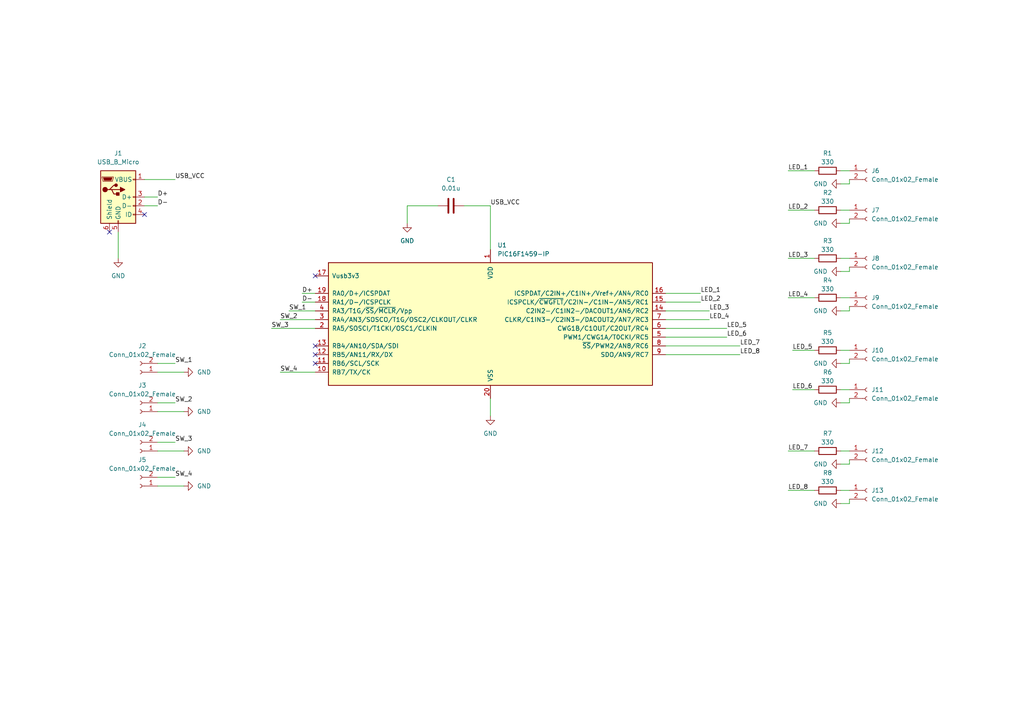
<source format=kicad_sch>
(kicad_sch (version 20211123) (generator eeschema)
  (paper "A4")
  (title_block (title "TargetSite") (date "2022/7/23") (rev "1.0") (company "Gtech9971"))
  (lib_symbols
    (symbol "Connector:Conn_01x02_Female" (pin_names (offset 1.016) hide)
      (property "Reference" "J" (at 0 2.54 0))
      (property "Value" "Conn_01x02_Female" (at 0 -5.08 0))
      (symbol "Conn_01x02_Female_1_1"
        (arc (start 0 -2.032) (mid -0.508 -2.54) (end 0 -3.048) (stroke (width 0.1524)))
        (polyline (pts (xy -1.27 -2.54) (xy -0.508 -2.54)) (stroke (width 0.1524)))
        (polyline (pts (xy -1.27 0) (xy -0.508 0)) (stroke (width 0.1524)))
        (arc (start 0 0.508) (mid -0.508 0) (end 0 -0.508) (stroke (width 0.1524)))
        (pin passive line (at -5.08 0 0) (length 3.81) (name "Pin_1") (number "1"))
        (pin passive line (at -5.08 -2.54 0) (length 3.81) (name "Pin_2") (number "2"))
      )
    )
    (symbol "Connector:USB_B_Micro" (pin_names (offset 1.016))
      (property "Reference" "J" (at -5.08 11.43 0))
      (property "Value" "USB_B_Micro" (at -5.08 8.89 0))
      (symbol "USB_B_Micro_0_1"
        (rectangle (start -5.08 -7.62) (end 5.08 7.62) (stroke (width 0.254)) (fill (type background)))
        (circle (center -3.81 2.159) (radius 0.635) (stroke (width 0.254)) (fill (type outline)))
        (circle (center -0.635 3.429) (radius 0.381) (stroke (width 0.254)) (fill (type outline)))
        (rectangle (start -0.127 -7.62) (end 0.127 -6.858))
        (polyline (pts (xy -1.905 2.159) (xy 0.635 2.159)) (stroke (width 0.254)))
        (polyline (pts (xy -3.175 2.159) (xy -2.54 2.159) (xy -1.27 3.429) (xy -0.635 3.429)) (stroke (width 0.254)))
        (polyline (pts (xy -2.54 2.159) (xy -1.905 2.159) (xy -1.27 0.889) (xy 0 0.889)) (stroke (width 0.254)))
        (polyline (pts (xy 0.635 2.794) (xy 0.635 1.524) (xy 1.905 2.159) (xy 0.635 2.794)) (stroke (width 0.254)) (fill (type outline)))
        (polyline (pts (xy -4.318 5.588) (xy -1.778 5.588) (xy -2.032 4.826) (xy -4.064 4.826) (xy -4.318 5.588)) (fill (type outline)))
        (polyline (pts (xy -4.699 5.842) (xy -4.699 5.588) (xy -4.445 4.826) (xy -4.445 4.572) (xy -1.651 4.572) (xy -1.651 4.826) (xy -1.397 5.588) (xy -1.397 5.842) (xy -4.699 5.842)))
        (rectangle (start 0.254 1.27) (end -0.508 0.508) (stroke (width 0.254)) (fill (type outline)))
        (rectangle (start 5.08 -5.207) (end 4.318 -4.953))
        (rectangle (start 5.08 -2.667) (end 4.318 -2.413))
        (rectangle (start 5.08 -0.127) (end 4.318 0.127))
        (rectangle (start 5.08 4.953) (end 4.318 5.207))
      )
      (symbol "USB_B_Micro_1_1"
        (pin power_out line (at 7.62 5.08 180) (length 2.54) (name "VBUS") (number "1"))
        (pin bidirectional line (at 7.62 -2.54 180) (length 2.54) (name "D-") (number "2"))
        (pin bidirectional line (at 7.62 0 180) (length 2.54) (name "D+") (number "3"))
        (pin passive line (at 7.62 -5.08 180) (length 2.54) (name "ID") (number "4"))
        (pin power_out line (at 0 -10.16 90) (length 2.54) (name "GND") (number "5"))
        (pin passive line (at -2.54 -10.16 90) (length 2.54) (name "Shield") (number "6"))
      )
    )
    (symbol "Device:C" (pin_numbers hide) (pin_names (offset 0.254))
      (property "Reference" "C" (at 0.635 2.54 0))
      (property "Value" "C" (at 0.635 -2.54 0))
      (symbol "C_0_1"
        (polyline (pts (xy -2.032 -0.762) (xy 2.032 -0.762)) (stroke (width 0.508)))
        (polyline (pts (xy -2.032 0.762) (xy 2.032 0.762)) (stroke (width 0.508)))
      )
      (symbol "C_1_1"
        (pin passive line (at 0 3.81 270) (length 2.794) (name "~") (number "1"))
        (pin passive line (at 0 -3.81 90) (length 2.794) (name "~") (number "2"))
      )
    )
    (symbol "Device:R" (pin_numbers hide) (pin_names (offset 0))
      (property "Reference" "R" (at 2.032 0 90))
      (property "Value" "R" (at 0 0 90))
      (symbol "R_0_1"
        (rectangle (start -1.016 -2.54) (end 1.016 2.54) (stroke (width 0.254)))
      )
      (symbol "R_1_1"
        (pin passive line (at 0 3.81 270) (length 1.27) (name "~") (number "1"))
        (pin passive line (at 0 -3.81 90) (length 1.27) (name "~") (number "2"))
      )
    )
    (symbol "MCU_Microchip_PIC16:PIC16F1459-IP" (pin_names (offset 1.016))
      (property "Reference" "U" (at -46.99 17.78 0))
      (property "Value" "PIC16F1459-IP" (at -46.99 15.24 0))
      (symbol "PIC16F1459-IP_0_1"
        (rectangle (start -46.99 13.97) (end 46.99 -21.59) (stroke (width 0.254)) (fill (type background)))
      )
      (symbol "PIC16F1459-IP_1_1"
        (pin power_in line (at 0 17.78 270) (length 3.81) (name "VDD") (number "1"))
        (pin bidirectional line (at -50.8 -17.78 0) (length 3.81) (name "RB7/TX/CK") (number "10"))
        (pin bidirectional line (at -50.8 -15.24 0) (length 3.81) (name "RB6/SCL/SCK") (number "11"))
        (pin bidirectional line (at -50.8 -12.7 0) (length 3.81) (name "RB5/AN11/RX/DX") (number "12"))
        (pin bidirectional line (at -50.8 -10.16 0) (length 3.81) (name "RB4/AN10/SDA/SDI") (number "13"))
        (pin bidirectional line (at 50.8 0 180) (length 3.81) (name "C2IN2-/C1IN2-/DACOUT1/AN6/RC2") (number "14"))
        (pin bidirectional line (at 50.8 2.54 180) (length 3.81) (name "ICSPCLK/~{CWGFLT}/C2IN-/C1IN-/AN5/RC1") (number "15"))
        (pin bidirectional line (at 50.8 5.08 180) (length 3.81) (name "ICSPDAT/C2IN+/C1IN+/Vref+/AN4/RC0") (number "16"))
        (pin bidirectional line (at -50.8 10.16 0) (length 3.81) (name "Vusb3v3") (number "17"))
        (pin bidirectional line (at -50.8 2.54 0) (length 3.81) (name "RA1/D-/ICSPCLK") (number "18"))
        (pin bidirectional line (at -50.8 5.08 0) (length 3.81) (name "RA0/D+/ICSPDAT") (number "19"))
        (pin bidirectional line (at -50.8 -5.08 0) (length 3.81) (name "RA5/SOSCI/T1CKI/OSC1/CLKIN") (number "2"))
        (pin power_in line (at 0 -25.4 90) (length 3.81) (name "VSS") (number "20"))
        (pin bidirectional line (at -50.8 -2.54 0) (length 3.81) (name "RA4/AN3/SOSCO/T1G/OSC2/CLKOUT/CLKR") (number "3"))
        (pin input line (at -50.8 0 0) (length 3.81) (name "RA3/T1G/~{SS}/~{MCLR}/Vpp") (number "4"))
        (pin bidirectional line (at 50.8 -7.62 180) (length 3.81) (name "PWM1/CWG1A/T0CKI/RC5") (number "5"))
        (pin bidirectional line (at 50.8 -5.08 180) (length 3.81) (name "CWG1B/C1OUT/C2OUT/RC4") (number "6"))
        (pin bidirectional line (at 50.8 -2.54 180) (length 3.81) (name "CLKR/C1IN3-/C2IN3-/DACOUT2/AN7/RC3") (number "7"))
        (pin bidirectional line (at 50.8 -10.16 180) (length 3.81) (name "~{SS}/PWM2/AN8/RC6") (number "8"))
        (pin bidirectional line (at 50.8 -12.7 180) (length 3.81) (name "SDO/AN9/RC7") (number "9"))
      )
    )
    (symbol "power:GND" (power) (pin_names (offset 0))
      (property "Value" "GND" (at 0 -3.81 0))
      (symbol "GND_0_1"
        (polyline (pts (xy 0 0) (xy 0 -1.27) (xy 1.27 -1.27) (xy 0 -2.54) (xy -1.27 -1.27) (xy 0 -1.27)))
      )
      (symbol "GND_1_1"
        (pin power_in line (at 0 0 270) (length 0) hide (name "GND") (number "1"))
      )
    )
  )
  (no_connect (at 91.44 102.87))
  (no_connect (at 91.44 105.41))
  (no_connect (at 41.91 62.23))
  (no_connect (at 31.75 67.31))
  (no_connect (at 91.44 80.01))
  (no_connect (at 91.44 100.33))
  (wire (pts (xy 246.38 78.74) (xy 243.84 78.74)))
  (wire (pts (xy 134.62 59.69) (xy 142.24 59.69)))
  (wire (pts (xy 193.04 87.63) (xy 203.2 87.63)))
  (wire (pts (xy 127 59.69) (xy 118.11 59.69)))
  (wire (pts (xy 41.91 59.69) (xy 45.72 59.69)))
  (wire (pts (xy 78.74 95.25) (xy 91.44 95.25)))
  (wire (pts (xy 41.91 57.15) (xy 45.72 57.15)))
  (wire (pts (xy 246.38 90.17) (xy 243.84 90.17)))
  (wire (pts (xy 228.6 86.36) (xy 236.22 86.36)))
  (wire (pts (xy 246.38 53.34) (xy 243.84 53.34)))
  (wire (pts (xy 81.28 107.95) (xy 91.44 107.95)))
  (wire (pts (xy 118.11 59.69) (xy 118.11 64.77)))
  (wire (pts (xy 193.04 102.87) (xy 214.63 102.87)))
  (wire (pts (xy 246.38 64.77) (xy 243.84 64.77)))
  (wire (pts (xy 87.63 87.63) (xy 91.44 87.63)))
  (wire (pts (xy 228.6 74.93) (xy 236.22 74.93)))
  (wire (pts (xy 45.72 140.97) (xy 53.34 140.97)))
  (wire (pts (xy 83.82 90.17) (xy 91.44 90.17)))
  (wire (pts (xy 246.38 104.14) (xy 246.38 105.41)))
  (wire (pts (xy 228.6 142.24) (xy 236.22 142.24)))
  (wire (pts (xy 41.91 52.07) (xy 50.8 52.07)))
  (wire (pts (xy 246.38 52.07) (xy 246.38 53.34)))
  (wire (pts (xy 246.38 144.78) (xy 246.38 146.05)))
  (wire (pts (xy 246.38 77.47) (xy 246.38 78.74)))
  (wire (pts (xy 87.63 85.09) (xy 91.44 85.09)))
  (wire (pts (xy 193.04 92.71) (xy 205.74 92.71)))
  (wire (pts (xy 34.29 67.31) (xy 34.29 74.93)))
  (wire (pts (xy 193.04 85.09) (xy 203.2 85.09)))
  (wire (pts (xy 81.28 92.71) (xy 91.44 92.71)))
  (wire (pts (xy 193.04 97.79) (xy 210.82 97.79)))
  (wire (pts (xy 243.84 101.6) (xy 246.38 101.6)))
  (wire (pts (xy 193.04 95.25) (xy 210.82 95.25)))
  (wire (pts (xy 246.38 88.9) (xy 246.38 90.17)))
  (wire (pts (xy 193.04 90.17) (xy 205.74 90.17)))
  (wire (pts (xy 229.87 101.6) (xy 236.22 101.6)))
  (wire (pts (xy 45.72 107.95) (xy 53.34 107.95)))
  (wire (pts (xy 228.6 60.96) (xy 236.22 60.96)))
  (wire (pts (xy 45.72 119.38) (xy 53.34 119.38)))
  (wire (pts (xy 228.6 49.53) (xy 236.22 49.53)))
  (wire (pts (xy 246.38 134.62) (xy 243.84 134.62)))
  (wire (pts (xy 142.24 115.57) (xy 142.24 120.65)))
  (wire (pts (xy 243.84 86.36) (xy 246.38 86.36)))
  (wire (pts (xy 243.84 142.24) (xy 246.38 142.24)))
  (wire (pts (xy 243.84 60.96) (xy 246.38 60.96)))
  (wire (pts (xy 193.04 100.33) (xy 214.63 100.33)))
  (wire (pts (xy 45.72 105.41) (xy 50.8 105.41)))
  (wire (pts (xy 243.84 113.03) (xy 246.38 113.03)))
  (wire (pts (xy 45.72 116.84) (xy 50.8 116.84)))
  (wire (pts (xy 45.72 128.27) (xy 50.8 128.27)))
  (wire (pts (xy 45.72 138.43) (xy 50.8 138.43)))
  (wire (pts (xy 246.38 116.84) (xy 243.84 116.84)))
  (wire (pts (xy 246.38 105.41) (xy 243.84 105.41)))
  (wire (pts (xy 142.24 59.69) (xy 142.24 72.39)))
  (wire (pts (xy 243.84 130.81) (xy 246.38 130.81)))
  (wire (pts (xy 246.38 133.35) (xy 246.38 134.62)))
  (wire (pts (xy 45.72 130.81) (xy 53.34 130.81)))
  (wire (pts (xy 229.87 113.03) (xy 236.22 113.03)))
  (wire (pts (xy 246.38 146.05) (xy 243.84 146.05)))
  (wire (pts (xy 228.6 130.81) (xy 236.22 130.81)))
  (wire (pts (xy 246.38 63.5) (xy 246.38 64.77)))
  (wire (pts (xy 243.84 74.93) (xy 246.38 74.93)))
  (wire (pts (xy 243.84 49.53) (xy 246.38 49.53)))
  (wire (pts (xy 246.38 115.57) (xy 246.38 116.84)))
  (label "USB_VCC" (at 50.8 52.07 0))
  (label "LED_3" (at 205.74 90.17 0))
  (label "SW_4" (at 50.8 138.43 0))
  (label "LED_5" (at 229.87 101.6 0))
  (label "D+" (at 45.72 57.15 0))
  (label "LED_7" (at 214.63 100.33 0))
  (label "LED_5" (at 210.82 95.25 0))
  (label "LED_6" (at 229.87 113.03 0))
  (label "SW_2" (at 50.8 116.84 0))
  (label "LED_4" (at 228.6 86.36 0))
  (label "LED_8" (at 214.63 102.87 0))
  (label "LED_6" (at 210.82 97.79 0))
  (label "LED_7" (at 228.6 130.81 0))
  (label "LED_2" (at 203.2 87.63 0))
  (label "USB_VCC" (at 142.24 59.69 0))
  (label "SW_1" (at 50.8 105.41 0))
  (label "LED_2" (at 228.6 60.96 0))
  (label "LED_1" (at 228.6 49.53 0))
  (label "SW_1" (at 83.82 90.17 0))
  (label "D+" (at 87.63 85.09 0))
  (label "LED_8" (at 228.6 142.24 0))
  (label "SW_3" (at 78.74 95.25 0))
  (label "D-" (at 87.63 87.63 0))
  (label "SW_2" (at 81.28 92.71 0))
  (label "LED_4" (at 205.74 92.71 0))
  (label "SW_4" (at 81.28 107.95 0))
  (label "LED_3" (at 228.6 74.93 0))
  (label "LED_1" (at 203.2 85.09 0))
  (label "SW_3" (at 50.8 128.27 0))
  (label "D-" (at 45.72 59.69 0))
  (symbol (lib_id "Connector:Conn_01x02_Female") (at 40.64 107.95 180) (unit 1)
    (property "Reference" "J2" (at 41.275 100.33 0))
    (property "Value" "Conn_01x02_Female" (at 41.275 102.87 0))
    (property "Footprint" "Connector_Hirose:Hirose_DF13-02P-1.25DSA_1x02_P1.25mm_Vertical" (effects hide))
  )
  (symbol (lib_id "MCU_Microchip_PIC16:PIC16F1459-IP") (at 142.24 90.17 0) (unit 1)
    (property "Reference" "U1" (at 144.2594 71.12 0) (effects (justify left)))
    (property "Value" "PIC16F1459-IP" (at 144.2594 73.66 0) (effects (justify left)))
    (property "Footprint" "Package_DIP:DIP-20_W7.62mm" (effects hide))
    (property "Datasheet" "http://ww1.microchip.com/downloads/en/DeviceDoc/41639A.pdf" (effects hide))
  )
  (symbol (lib_id "power:GND") (at 243.84 64.77 270) (unit 1)
    (property "Reference" "#PWR07" (effects hide))
    (property "Value" "GND" (at 240.03 64.7699 90) (effects (justify right)))
  )
  (symbol (lib_id "Connector:Conn_01x02_Female") (at 251.46 74.93 0) (unit 1)
    (property "Reference" "J8" (at 252.73 74.9299 0) (effects (justify left)))
    (property "Value" "Conn_01x02_Female" (at 252.73 77.4699 0) (effects (justify left)))
    (property "Footprint" "Connector_Hirose:Hirose_DF13-02P-1.25DSA_1x02_P1.25mm_Vertical" (effects hide))
  )
  (symbol (lib_id "power:GND") (at 53.34 130.81 90) (unit 1)
    (property "Reference" "#PWR04" (effects hide))
    (property "Value" "GND" (at 57.15 130.8099 90) (effects (justify right)))
  )
  (symbol (lib_id "Connector:Conn_01x02_Female") (at 251.46 113.03 0) (unit 1)
    (property "Reference" "J11" (at 252.73 113.0299 0) (effects (justify left)))
    (property "Value" "Conn_01x02_Female" (at 252.73 115.5699 0) (effects (justify left)))
    (property "Footprint" "Connector_Hirose:Hirose_DF13-02P-1.25DSA_1x02_P1.25mm_Vertical" (effects hide))
  )
  (symbol (lib_id "Connector:Conn_01x02_Female") (at 251.46 49.53 0) (unit 1)
    (property "Reference" "J6" (at 252.73 49.5299 0) (effects (justify left)))
    (property "Value" "Conn_01x02_Female" (at 252.73 52.0699 0) (effects (justify left)))
    (property "Footprint" "Connector_Hirose:Hirose_DF13-02P-1.25DSA_1x02_P1.25mm_Vertical" (effects hide))
  )
  (symbol (lib_id "Connector:USB_B_Micro") (at 34.29 57.15 0) (unit 1)
    (property "Reference" "J1" (at 34.29 44.45 0))
    (property "Value" "USB_B_Micro" (at 34.29 46.99 0))
    (property "Footprint" "Connector_USB:USB_Micro-AB_Molex_47590-0001" (effects hide))
  )
  (symbol (lib_id "Connector:Conn_01x02_Female") (at 251.46 130.81 0) (unit 1)
    (property "Reference" "J12" (at 252.73 130.8099 0) (effects (justify left)))
    (property "Value" "Conn_01x02_Female" (at 252.73 133.3499 0) (effects (justify left)))
    (property "Footprint" "Connector_Hirose:Hirose_DF13-02P-1.25DSA_1x02_P1.25mm_Vertical" (effects hide))
  )
  (symbol (lib_id "power:GND") (at 243.84 105.41 270) (unit 1)
    (property "Reference" "#PWR012" (effects hide))
    (property "Value" "GND" (at 240.03 105.4099 90) (effects (justify right)))
  )
  (symbol (lib_id "power:GND") (at 118.11 64.77 0) (unit 1)
    (property "Reference" "#PWR09" (effects hide))
    (property "Value" "GND" (at 118.11 69.85 0))
  )
  (symbol (lib_id "power:GND") (at 243.84 78.74 270) (unit 1)
    (property "Reference" "#PWR08" (effects hide))
    (property "Value" "GND" (at 240.03 78.7399 90) (effects (justify right)))
  )
  (symbol (lib_id "Connector:Conn_01x02_Female") (at 40.64 130.81 180) (unit 1)
    (property "Reference" "J4" (at 41.275 123.19 0))
    (property "Value" "Conn_01x02_Female" (at 41.275 125.73 0))
    (property "Footprint" "Connector_Hirose:Hirose_DF13-02P-1.25DSA_1x02_P1.25mm_Vertical" (effects hide))
  )
  (symbol (lib_id "Connector:Conn_01x02_Female") (at 40.64 119.38 180) (unit 1)
    (property "Reference" "J3" (at 41.275 111.76 0))
    (property "Value" "Conn_01x02_Female" (at 41.275 114.3 0))
    (property "Footprint" "Connector_Hirose:Hirose_DF13-02P-1.25DSA_1x02_P1.25mm_Vertical" (effects hide))
  )
  (symbol (lib_id "Device:R") (at 240.03 60.96 90) (unit 1)
    (property "Reference" "R2" (at 240.03 55.88 90))
    (property "Value" "330" (at 240.03 58.42 90))
    (property "Footprint" "Resistor_THT:R_Axial_DIN0204_L3.6mm_D1.6mm_P7.62mm_Horizontal" (effects hide))
  )
  (symbol (lib_id "Device:R") (at 240.03 142.24 90) (unit 1)
    (property "Reference" "R8" (at 240.03 137.16 90))
    (property "Value" "330" (at 240.03 139.7 90))
    (property "Footprint" "Resistor_THT:R_Axial_DIN0204_L3.6mm_D1.6mm_P7.62mm_Horizontal" (effects hide))
  )
  (symbol (lib_id "power:GND") (at 243.84 146.05 270) (unit 1)
    (property "Reference" "#PWR015" (effects hide))
    (property "Value" "GND" (at 240.03 146.0499 90) (effects (justify right)))
  )
  (symbol (lib_id "power:GND") (at 243.84 116.84 270) (unit 1)
    (property "Reference" "#PWR013" (effects hide))
    (property "Value" "GND" (at 240.03 116.8399 90) (effects (justify right)))
  )
  (symbol (lib_id "Device:R") (at 240.03 113.03 90) (unit 1)
    (property "Reference" "R6" (at 240.03 107.95 90))
    (property "Value" "330" (at 240.03 110.49 90))
    (property "Footprint" "Resistor_THT:R_Axial_DIN0204_L3.6mm_D1.6mm_P7.62mm_Horizontal" (effects hide))
  )
  (symbol (lib_id "power:GND") (at 53.34 107.95 90) (unit 1)
    (property "Reference" "#PWR02" (effects hide))
    (property "Value" "GND" (at 57.15 107.9499 90) (effects (justify right)))
  )
  (symbol (lib_id "power:GND") (at 34.29 74.93 0) (unit 1)
    (property "Reference" "#PWR01" (effects hide))
    (property "Value" "GND" (at 34.29 80.01 0))
  )
  (symbol (lib_id "Device:R") (at 240.03 74.93 90) (unit 1)
    (property "Reference" "R3" (at 240.03 69.85 90))
    (property "Value" "330" (at 240.03 72.39 90))
    (property "Footprint" "Resistor_THT:R_Axial_DIN0204_L3.6mm_D1.6mm_P7.62mm_Horizontal" (effects hide))
  )
  (symbol (lib_id "Connector:Conn_01x02_Female") (at 251.46 142.24 0) (unit 1)
    (property "Reference" "J13" (at 252.73 142.2399 0) (effects (justify left)))
    (property "Value" "Conn_01x02_Female" (at 252.73 144.7799 0) (effects (justify left)))
    (property "Footprint" "Connector_Hirose:Hirose_DF13-02P-1.25DSA_1x02_P1.25mm_Vertical" (effects hide))
  )
  (symbol (lib_id "power:GND") (at 243.84 90.17 270) (unit 1)
    (property "Reference" "#PWR010" (effects hide))
    (property "Value" "GND" (at 240.03 90.1699 90) (effects (justify right)))
  )
  (symbol (lib_id "Device:R") (at 240.03 130.81 90) (unit 1)
    (property "Reference" "R7" (at 240.03 125.73 90))
    (property "Value" "330" (at 240.03 128.27 90))
    (property "Footprint" "Resistor_THT:R_Axial_DIN0204_L3.6mm_D1.6mm_P7.62mm_Horizontal" (effects hide))
  )
  (symbol (lib_id "Device:R") (at 240.03 101.6 90) (unit 1)
    (property "Reference" "R5" (at 240.03 96.52 90))
    (property "Value" "330" (at 240.03 99.06 90))
    (property "Footprint" "Resistor_THT:R_Axial_DIN0204_L3.6mm_D1.6mm_P7.62mm_Horizontal" (effects hide))
  )
  (symbol (lib_id "Connector:Conn_01x02_Female") (at 40.64 140.97 180) (unit 1)
    (property "Reference" "J5" (at 41.275 133.35 0))
    (property "Value" "Conn_01x02_Female" (at 41.275 135.89 0))
    (property "Footprint" "Connector_Hirose:Hirose_DF13-02P-1.25DSA_1x02_P1.25mm_Vertical" (effects hide))
  )
  (symbol (lib_id "Device:R") (at 240.03 86.36 90) (unit 1)
    (property "Reference" "R4" (at 240.03 81.28 90))
    (property "Value" "330" (at 240.03 83.82 90))
    (property "Footprint" "Resistor_THT:R_Axial_DIN0204_L3.6mm_D1.6mm_P7.62mm_Horizontal" (effects hide))
  )
  (symbol (lib_id "power:GND") (at 243.84 53.34 270) (unit 1)
    (property "Reference" "#PWR06" (effects hide))
    (property "Value" "GND" (at 240.03 53.3399 90) (effects (justify right)))
  )
  (symbol (lib_id "Device:C") (at 130.81 59.69 90) (unit 1)
    (property "Reference" "C1" (at 130.81 52.07 90))
    (property "Value" "0.01u" (at 130.81 54.61 90))
    (property "Footprint" "Capacitor_SMD:C_Elec_3x5.4" (effects hide))
  )
  (symbol (lib_id "power:GND") (at 243.84 134.62 270) (unit 1)
    (property "Reference" "#PWR014" (effects hide))
    (property "Value" "GND" (at 240.03 134.6199 90) (effects (justify right)))
  )
  (symbol (lib_id "power:GND") (at 53.34 140.97 90) (unit 1)
    (property "Reference" "#PWR05" (effects hide))
    (property "Value" "GND" (at 57.15 140.9699 90) (effects (justify right)))
  )
  (symbol (lib_id "power:GND") (at 53.34 119.38 90) (unit 1)
    (property "Reference" "#PWR03" (effects hide))
    (property "Value" "GND" (at 57.15 119.3799 90) (effects (justify right)))
  )
  (symbol (lib_id "Connector:Conn_01x02_Female") (at 251.46 101.6 0) (unit 1)
    (property "Reference" "J10" (at 252.73 101.5999 0) (effects (justify left)))
    (property "Value" "Conn_01x02_Female" (at 252.73 104.1399 0) (effects (justify left)))
    (property "Footprint" "Connector_Hirose:Hirose_DF13-02P-1.25DSA_1x02_P1.25mm_Vertical" (effects hide))
  )
  (symbol (lib_id "Connector:Conn_01x02_Female") (at 251.46 60.96 0) (unit 1)
    (property "Reference" "J7" (at 252.73 60.9599 0) (effects (justify left)))
    (property "Value" "Conn_01x02_Female" (at 252.73 63.4999 0) (effects (justify left)))
    (property "Footprint" "Connector_Hirose:Hirose_DF13-02P-1.25DSA_1x02_P1.25mm_Vertical" (effects hide))
  )
  (symbol (lib_id "Device:R") (at 240.03 49.53 90) (unit 1)
    (property "Reference" "R1" (at 240.03 44.45 90))
    (property "Value" "330" (at 240.03 46.99 90))
    (property "Footprint" "Resistor_THT:R_Axial_DIN0204_L3.6mm_D1.6mm_P7.62mm_Horizontal" (effects hide))
  )
  (symbol (lib_id "Connector:Conn_01x02_Female") (at 251.46 86.36 0) (unit 1)
    (property "Reference" "J9" (at 252.73 86.3599 0) (effects (justify left)))
    (property "Value" "Conn_01x02_Female" (at 252.73 88.8999 0) (effects (justify left)))
    (property "Footprint" "Connector_Hirose:Hirose_DF13-02P-1.25DSA_1x02_P1.25mm_Vertical" (effects hide))
  )
  (symbol (lib_id "power:GND") (at 142.24 120.65 0) (unit 1)
    (property "Reference" "#PWR011" (effects hide))
    (property "Value" "GND" (at 142.24 125.73 0))
  )
)
</source>
